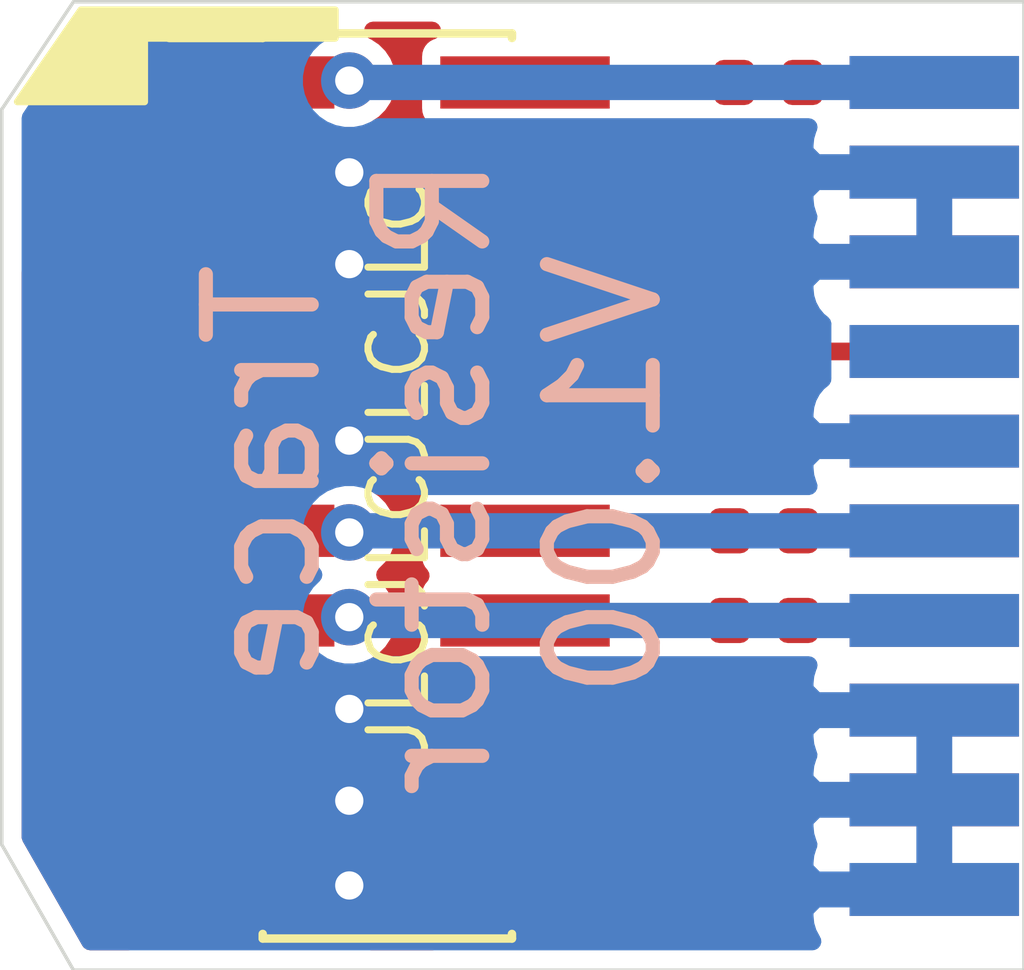
<source format=kicad_pcb>
(kicad_pcb (version 20171130) (host pcbnew 5.1.5+dfsg1-2build2)

  (general
    (thickness 1.6)
    (drawings 9)
    (tracks 61)
    (zones 0)
    (modules 13)
    (nets 25)
  )

  (page A4)
  (layers
    (0 F.Cu signal)
    (31 B.Cu signal)
    (32 B.Adhes user)
    (33 F.Adhes user)
    (34 B.Paste user)
    (35 F.Paste user)
    (36 B.SilkS user)
    (37 F.SilkS user)
    (38 B.Mask user)
    (39 F.Mask user)
    (40 Dwgs.User user)
    (41 Cmts.User user)
    (42 Eco1.User user)
    (43 Eco2.User user)
    (44 Edge.Cuts user)
    (45 Margin user)
    (46 B.CrtYd user)
    (47 F.CrtYd user)
    (48 B.Fab user)
    (49 F.Fab user hide)
  )

  (setup
    (last_trace_width 0.25)
    (user_trace_width 0.2)
    (user_trace_width 0.35)
    (user_trace_width 0.5)
    (user_trace_width 1)
    (trace_clearance 0.2)
    (zone_clearance 0.256)
    (zone_45_only no)
    (trace_min 0.2)
    (via_size 0.8)
    (via_drill 0.4)
    (via_min_size 0.4)
    (via_min_drill 0.3)
    (user_via 0.45 0.3)
    (uvia_size 0.3)
    (uvia_drill 0.1)
    (uvias_allowed no)
    (uvia_min_size 0.2)
    (uvia_min_drill 0.1)
    (edge_width 0.05)
    (segment_width 0.2)
    (pcb_text_width 0.3)
    (pcb_text_size 1.5 1.5)
    (mod_edge_width 0.12)
    (mod_text_size 1 1)
    (mod_text_width 0.15)
    (pad_size 1.524 1.524)
    (pad_drill 0.762)
    (pad_to_mask_clearance 0.051)
    (solder_mask_min_width 0.25)
    (aux_axis_origin 153.7 79)
    (visible_elements FFFFFFFF)
    (pcbplotparams
      (layerselection 0x010fc_ffffffff)
      (usegerberextensions false)
      (usegerberattributes false)
      (usegerberadvancedattributes false)
      (creategerberjobfile false)
      (excludeedgelayer true)
      (linewidth 0.100000)
      (plotframeref false)
      (viasonmask false)
      (mode 1)
      (useauxorigin true)
      (hpglpennumber 1)
      (hpglpenspeed 20)
      (hpglpendiameter 15.000000)
      (psnegative false)
      (psa4output false)
      (plotreference true)
      (plotvalue true)
      (plotinvisibletext false)
      (padsonsilk false)
      (subtractmaskfromsilk false)
      (outputformat 1)
      (mirror false)
      (drillshape 0)
      (scaleselection 1)
      (outputdirectory "out/"))
  )

  (net 0 "")
  (net 1 GND)
  (net 2 /TRACEDAT[3])
  (net 3 /TRACEDAT[2])
  (net 4 /TRACEDAT[1])
  (net 5 /TRACEDAT[0])
  (net 6 /TRACECLK)
  (net 7 /~RESET)
  (net 8 /TDO_SWO)
  (net 9 /TCK_SWCLK)
  (net 10 /TMS_SWDIO)
  (net 11 /TDI)
  (net 12 /~xRESET)
  (net 13 /xTMS_SWDIO)
  (net 14 /xTCK_SWCLK)
  (net 15 /xTDO_SWO)
  (net 16 /xTDI)
  (net 17 /xTRACECLK)
  (net 18 /xTRACEDAT0)
  (net 19 /xTRACEDAT1)
  (net 20 /xTRACEDAT2)
  (net 21 /xTRACEDAT3)
  (net 22 "Net-(C1-Pad2)")
  (net 23 "Net-(J1-Pad11)")
  (net 24 "Net-(J1-Pad13)")

  (net_class Default "This is the default net class."
    (clearance 0.2)
    (trace_width 0.25)
    (via_dia 0.8)
    (via_drill 0.4)
    (uvia_dia 0.3)
    (uvia_drill 0.1)
    (add_net /TCK_SWCLK)
    (add_net /TDI)
    (add_net /TDO_SWO)
    (add_net /TMS_SWDIO)
    (add_net /TRACECLK)
    (add_net /TRACEDAT[0])
    (add_net /TRACEDAT[1])
    (add_net /TRACEDAT[2])
    (add_net /TRACEDAT[3])
    (add_net /xTCK_SWCLK)
    (add_net /xTDI)
    (add_net /xTDO_SWO)
    (add_net /xTMS_SWDIO)
    (add_net /xTRACECLK)
    (add_net /xTRACEDAT0)
    (add_net /xTRACEDAT1)
    (add_net /xTRACEDAT2)
    (add_net /xTRACEDAT3)
    (add_net /~RESET)
    (add_net /~xRESET)
    (add_net GND)
    (add_net "Net-(C1-Pad2)")
    (add_net "Net-(J1-Pad11)")
    (add_net "Net-(J1-Pad13)")
  )

  (module Capacitor_SMD:C_0402_1005Metric (layer F.Cu) (tedit 5B301BBE) (tstamp 60266B72)
    (at 154.813 64.9605 90)
    (descr "Capacitor SMD 0402 (1005 Metric), square (rectangular) end terminal, IPC_7351 nominal, (Body size source: http://www.tortai-tech.com/upload/download/2011102023233369053.pdf), generated with kicad-footprint-generator")
    (tags capacitor)
    (path /602FEC70)
    (attr smd)
    (fp_text reference C1 (at 0 -1.17 90) (layer F.SilkS) hide
      (effects (font (size 1 1) (thickness 0.15)))
    )
    (fp_text value 1uF (at 0 1.17 90) (layer F.Fab)
      (effects (font (size 1 1) (thickness 0.15)))
    )
    (fp_text user %R (at 0 0 90) (layer F.Fab)
      (effects (font (size 0.25 0.25) (thickness 0.04)))
    )
    (fp_line (start 0.93 0.47) (end -0.93 0.47) (layer F.CrtYd) (width 0.05))
    (fp_line (start 0.93 -0.47) (end 0.93 0.47) (layer F.CrtYd) (width 0.05))
    (fp_line (start -0.93 -0.47) (end 0.93 -0.47) (layer F.CrtYd) (width 0.05))
    (fp_line (start -0.93 0.47) (end -0.93 -0.47) (layer F.CrtYd) (width 0.05))
    (fp_line (start 0.5 0.25) (end -0.5 0.25) (layer F.Fab) (width 0.1))
    (fp_line (start 0.5 -0.25) (end 0.5 0.25) (layer F.Fab) (width 0.1))
    (fp_line (start -0.5 -0.25) (end 0.5 -0.25) (layer F.Fab) (width 0.1))
    (fp_line (start -0.5 0.25) (end -0.5 -0.25) (layer F.Fab) (width 0.1))
    (pad 2 smd roundrect (at 0.485 0 90) (size 0.59 0.64) (layers F.Cu F.Paste F.Mask) (roundrect_rratio 0.25)
      (net 22 "Net-(C1-Pad2)"))
    (pad 1 smd roundrect (at -0.485 0 90) (size 0.59 0.64) (layers F.Cu F.Paste F.Mask) (roundrect_rratio 0.25)
      (net 1 GND))
    (model ${KISYS3DMOD}/Capacitor_SMD.3dshapes/C_0402_1005Metric.wrl
      (at (xyz 0 0 0))
      (scale (xyz 1 1 1))
      (rotate (xyz 0 0 0))
    )
  )

  (module capure:pin_header (layer F.Cu) (tedit 60266E7E) (tstamp 60267814)
    (at 167.386 75.057)
    (path /5F4CE275)
    (fp_text reference J1 (at 0 1.27) (layer F.SilkS) hide
      (effects (font (size 1 1) (thickness 0.15)))
    )
    (fp_text value "DEBUG+TRACE HEADER" (at -2.54 -6.35 90) (layer F.Fab)
      (effects (font (size 1 1) (thickness 0.15)))
    )
    (fp_text user REF** (at 0 -12.7) (layer B.SilkS) hide
      (effects (font (size 1 1) (thickness 0.15)) (justify mirror))
    )
    (pad 19 smd rect (at 0 0) (size 2.4 0.75) (layers B.Cu B.Paste B.Mask)
      (net 1 GND))
    (pad 15 smd rect (at 0 -2.54) (size 2.4 0.75) (layers B.Cu B.Paste B.Mask)
      (net 1 GND))
    (pad 17 smd rect (at 0 -1.27) (size 2.4 0.75) (layers B.Cu B.Paste B.Mask)
      (net 1 GND))
    (pad 5 smd rect (at 0 -8.89) (size 2.4 0.75) (layers B.Cu B.Paste B.Mask)
      (net 1 GND))
    (pad 7 smd rect (at 0 -7.62) (size 2.4 0.75) (layers B.Cu B.Paste B.Mask))
    (pad 9 smd rect (at 0 -6.35) (size 2.4 0.75) (layers B.Cu B.Paste B.Mask)
      (net 1 GND))
    (pad 3 smd rect (at 0 -10.16) (size 2.4 0.75) (layers B.Cu B.Paste B.Mask)
      (net 1 GND))
    (pad 11 smd rect (at 0 -5.08) (size 2.4 0.75) (layers B.Cu B.Paste B.Mask)
      (net 23 "Net-(J1-Pad11)"))
    (pad 1 smd rect (at 0 -11.43) (size 2.4 0.75) (layers B.Cu B.Paste B.Mask)
      (net 22 "Net-(C1-Pad2)"))
    (pad 13 smd rect (at 0 -3.81) (size 2.4 0.75) (layers B.Cu B.Paste B.Mask)
      (net 24 "Net-(J1-Pad13)"))
    (pad 2 smd rect (at 0 -11.43) (size 2.4 0.75) (layers F.Cu F.Paste F.Mask)
      (net 10 /TMS_SWDIO))
    (pad 4 smd rect (at 0 -10.16) (size 2.4 0.75) (layers F.Cu F.Paste F.Mask)
      (net 9 /TCK_SWCLK))
    (pad 6 smd rect (at 0 -8.89) (size 2.4 0.75) (layers F.Cu F.Paste F.Mask)
      (net 8 /TDO_SWO))
    (pad 8 smd rect (at 0 -7.62) (size 2.4 0.75) (layers F.Cu F.Paste F.Mask)
      (net 11 /TDI))
    (pad 10 smd rect (at 0 -6.35) (size 2.4 0.75) (layers F.Cu F.Paste F.Mask)
      (net 7 /~RESET))
    (pad 12 smd rect (at 0 -5.08) (size 2.4 0.75) (layers F.Cu F.Paste F.Mask)
      (net 6 /TRACECLK))
    (pad 14 smd rect (at 0 -3.81) (size 2.4 0.75) (layers F.Cu F.Paste F.Mask)
      (net 5 /TRACEDAT[0]))
    (pad 16 smd rect (at 0 -2.54) (size 2.4 0.75) (layers F.Cu F.Paste F.Mask)
      (net 4 /TRACEDAT[1]))
    (pad 18 smd rect (at 0 -1.27) (size 2.4 0.75) (layers F.Cu F.Paste F.Mask)
      (net 3 /TRACEDAT[2]))
    (pad 20 smd rect (at 0 0) (size 2.4 0.75) (layers F.Cu F.Paste F.Mask)
      (net 2 /TRACEDAT[3]))
  )

  (module Resistor_SMD:R_0402_1005Metric (layer F.Cu) (tedit 5B301BBD) (tstamp 601DBC04)
    (at 164.973 75.057)
    (descr "Resistor SMD 0402 (1005 Metric), square (rectangular) end terminal, IPC_7351 nominal, (Body size source: http://www.tortai-tech.com/upload/download/2011102023233369053.pdf), generated with kicad-footprint-generator")
    (tags resistor)
    (path /60201737)
    (attr smd)
    (fp_text reference R10 (at 0 -1.17) (layer F.SilkS) hide
      (effects (font (size 1 1) (thickness 0.15)))
    )
    (fp_text value 100R (at 0 1.17) (layer F.Fab)
      (effects (font (size 1 1) (thickness 0.15)))
    )
    (fp_text user %R (at 0 0) (layer F.Fab)
      (effects (font (size 0.25 0.25) (thickness 0.04)))
    )
    (fp_line (start 0.93 0.47) (end -0.93 0.47) (layer F.CrtYd) (width 0.05))
    (fp_line (start 0.93 -0.47) (end 0.93 0.47) (layer F.CrtYd) (width 0.05))
    (fp_line (start -0.93 -0.47) (end 0.93 -0.47) (layer F.CrtYd) (width 0.05))
    (fp_line (start -0.93 0.47) (end -0.93 -0.47) (layer F.CrtYd) (width 0.05))
    (fp_line (start 0.5 0.25) (end -0.5 0.25) (layer F.Fab) (width 0.1))
    (fp_line (start 0.5 -0.25) (end 0.5 0.25) (layer F.Fab) (width 0.1))
    (fp_line (start -0.5 -0.25) (end 0.5 -0.25) (layer F.Fab) (width 0.1))
    (fp_line (start -0.5 0.25) (end -0.5 -0.25) (layer F.Fab) (width 0.1))
    (pad 2 smd roundrect (at 0.485 0) (size 0.59 0.64) (layers F.Cu F.Paste F.Mask) (roundrect_rratio 0.25)
      (net 2 /TRACEDAT[3]))
    (pad 1 smd roundrect (at -0.485 0) (size 0.59 0.64) (layers F.Cu F.Paste F.Mask) (roundrect_rratio 0.25)
      (net 21 /xTRACEDAT3))
    (model ${KISYS3DMOD}/Resistor_SMD.3dshapes/R_0402_1005Metric.wrl
      (at (xyz 0 0 0))
      (scale (xyz 1 1 1))
      (rotate (xyz 0 0 0))
    )
  )

  (module Resistor_SMD:R_0402_1005Metric (layer F.Cu) (tedit 5B301BBD) (tstamp 601EF3CE)
    (at 164.973 73.787)
    (descr "Resistor SMD 0402 (1005 Metric), square (rectangular) end terminal, IPC_7351 nominal, (Body size source: http://www.tortai-tech.com/upload/download/2011102023233369053.pdf), generated with kicad-footprint-generator")
    (tags resistor)
    (path /602013E7)
    (attr smd)
    (fp_text reference R9 (at 0 -1.17) (layer F.SilkS) hide
      (effects (font (size 1 1) (thickness 0.15)))
    )
    (fp_text value 100R (at 0 1.17) (layer F.Fab)
      (effects (font (size 1 1) (thickness 0.15)))
    )
    (fp_text user %R (at 0 0) (layer F.Fab)
      (effects (font (size 0.25 0.25) (thickness 0.04)))
    )
    (fp_line (start 0.93 0.47) (end -0.93 0.47) (layer F.CrtYd) (width 0.05))
    (fp_line (start 0.93 -0.47) (end 0.93 0.47) (layer F.CrtYd) (width 0.05))
    (fp_line (start -0.93 -0.47) (end 0.93 -0.47) (layer F.CrtYd) (width 0.05))
    (fp_line (start -0.93 0.47) (end -0.93 -0.47) (layer F.CrtYd) (width 0.05))
    (fp_line (start 0.5 0.25) (end -0.5 0.25) (layer F.Fab) (width 0.1))
    (fp_line (start 0.5 -0.25) (end 0.5 0.25) (layer F.Fab) (width 0.1))
    (fp_line (start -0.5 -0.25) (end 0.5 -0.25) (layer F.Fab) (width 0.1))
    (fp_line (start -0.5 0.25) (end -0.5 -0.25) (layer F.Fab) (width 0.1))
    (pad 2 smd roundrect (at 0.485 0) (size 0.59 0.64) (layers F.Cu F.Paste F.Mask) (roundrect_rratio 0.25)
      (net 3 /TRACEDAT[2]))
    (pad 1 smd roundrect (at -0.485 0) (size 0.59 0.64) (layers F.Cu F.Paste F.Mask) (roundrect_rratio 0.25)
      (net 20 /xTRACEDAT2))
    (model ${KISYS3DMOD}/Resistor_SMD.3dshapes/R_0402_1005Metric.wrl
      (at (xyz 0 0 0))
      (scale (xyz 1 1 1))
      (rotate (xyz 0 0 0))
    )
  )

  (module Resistor_SMD:R_0402_1005Metric (layer F.Cu) (tedit 5B301BBD) (tstamp 601DBBE2)
    (at 164.973 72.517)
    (descr "Resistor SMD 0402 (1005 Metric), square (rectangular) end terminal, IPC_7351 nominal, (Body size source: http://www.tortai-tech.com/upload/download/2011102023233369053.pdf), generated with kicad-footprint-generator")
    (tags resistor)
    (path /60200DA4)
    (attr smd)
    (fp_text reference R8 (at 0 -1.17) (layer F.SilkS) hide
      (effects (font (size 1 1) (thickness 0.15)))
    )
    (fp_text value 100R (at 0 1.17) (layer F.Fab)
      (effects (font (size 1 1) (thickness 0.15)))
    )
    (fp_text user %R (at 0 0) (layer F.Fab)
      (effects (font (size 0.25 0.25) (thickness 0.04)))
    )
    (fp_line (start 0.93 0.47) (end -0.93 0.47) (layer F.CrtYd) (width 0.05))
    (fp_line (start 0.93 -0.47) (end 0.93 0.47) (layer F.CrtYd) (width 0.05))
    (fp_line (start -0.93 -0.47) (end 0.93 -0.47) (layer F.CrtYd) (width 0.05))
    (fp_line (start -0.93 0.47) (end -0.93 -0.47) (layer F.CrtYd) (width 0.05))
    (fp_line (start 0.5 0.25) (end -0.5 0.25) (layer F.Fab) (width 0.1))
    (fp_line (start 0.5 -0.25) (end 0.5 0.25) (layer F.Fab) (width 0.1))
    (fp_line (start -0.5 -0.25) (end 0.5 -0.25) (layer F.Fab) (width 0.1))
    (fp_line (start -0.5 0.25) (end -0.5 -0.25) (layer F.Fab) (width 0.1))
    (pad 2 smd roundrect (at 0.485 0) (size 0.59 0.64) (layers F.Cu F.Paste F.Mask) (roundrect_rratio 0.25)
      (net 4 /TRACEDAT[1]))
    (pad 1 smd roundrect (at -0.485 0) (size 0.59 0.64) (layers F.Cu F.Paste F.Mask) (roundrect_rratio 0.25)
      (net 19 /xTRACEDAT1))
    (model ${KISYS3DMOD}/Resistor_SMD.3dshapes/R_0402_1005Metric.wrl
      (at (xyz 0 0 0))
      (scale (xyz 1 1 1))
      (rotate (xyz 0 0 0))
    )
  )

  (module Resistor_SMD:R_0402_1005Metric (layer F.Cu) (tedit 5B301BBD) (tstamp 601DBBD1)
    (at 164.973 71.247)
    (descr "Resistor SMD 0402 (1005 Metric), square (rectangular) end terminal, IPC_7351 nominal, (Body size source: http://www.tortai-tech.com/upload/download/2011102023233369053.pdf), generated with kicad-footprint-generator")
    (tags resistor)
    (path /60200B05)
    (attr smd)
    (fp_text reference R7 (at 0 -1.17) (layer F.SilkS) hide
      (effects (font (size 1 1) (thickness 0.15)))
    )
    (fp_text value 100R (at 0 1.17) (layer F.Fab)
      (effects (font (size 1 1) (thickness 0.15)))
    )
    (fp_text user %R (at 0 0) (layer F.Fab)
      (effects (font (size 0.25 0.25) (thickness 0.04)))
    )
    (fp_line (start 0.93 0.47) (end -0.93 0.47) (layer F.CrtYd) (width 0.05))
    (fp_line (start 0.93 -0.47) (end 0.93 0.47) (layer F.CrtYd) (width 0.05))
    (fp_line (start -0.93 -0.47) (end 0.93 -0.47) (layer F.CrtYd) (width 0.05))
    (fp_line (start -0.93 0.47) (end -0.93 -0.47) (layer F.CrtYd) (width 0.05))
    (fp_line (start 0.5 0.25) (end -0.5 0.25) (layer F.Fab) (width 0.1))
    (fp_line (start 0.5 -0.25) (end 0.5 0.25) (layer F.Fab) (width 0.1))
    (fp_line (start -0.5 -0.25) (end 0.5 -0.25) (layer F.Fab) (width 0.1))
    (fp_line (start -0.5 0.25) (end -0.5 -0.25) (layer F.Fab) (width 0.1))
    (pad 2 smd roundrect (at 0.485 0) (size 0.59 0.64) (layers F.Cu F.Paste F.Mask) (roundrect_rratio 0.25)
      (net 5 /TRACEDAT[0]))
    (pad 1 smd roundrect (at -0.485 0) (size 0.59 0.64) (layers F.Cu F.Paste F.Mask) (roundrect_rratio 0.25)
      (net 18 /xTRACEDAT0))
    (model ${KISYS3DMOD}/Resistor_SMD.3dshapes/R_0402_1005Metric.wrl
      (at (xyz 0 0 0))
      (scale (xyz 1 1 1))
      (rotate (xyz 0 0 0))
    )
  )

  (module Resistor_SMD:R_0402_1005Metric (layer F.Cu) (tedit 5B301BBD) (tstamp 601DBBC0)
    (at 164.973 69.977)
    (descr "Resistor SMD 0402 (1005 Metric), square (rectangular) end terminal, IPC_7351 nominal, (Body size source: http://www.tortai-tech.com/upload/download/2011102023233369053.pdf), generated with kicad-footprint-generator")
    (tags resistor)
    (path /60200809)
    (attr smd)
    (fp_text reference R6 (at 0 -1.17) (layer F.SilkS) hide
      (effects (font (size 1 1) (thickness 0.15)))
    )
    (fp_text value 100R (at 0 1.17) (layer F.Fab)
      (effects (font (size 1 1) (thickness 0.15)))
    )
    (fp_text user %R (at 0 0) (layer F.Fab)
      (effects (font (size 0.25 0.25) (thickness 0.04)))
    )
    (fp_line (start 0.93 0.47) (end -0.93 0.47) (layer F.CrtYd) (width 0.05))
    (fp_line (start 0.93 -0.47) (end 0.93 0.47) (layer F.CrtYd) (width 0.05))
    (fp_line (start -0.93 -0.47) (end 0.93 -0.47) (layer F.CrtYd) (width 0.05))
    (fp_line (start -0.93 0.47) (end -0.93 -0.47) (layer F.CrtYd) (width 0.05))
    (fp_line (start 0.5 0.25) (end -0.5 0.25) (layer F.Fab) (width 0.1))
    (fp_line (start 0.5 -0.25) (end 0.5 0.25) (layer F.Fab) (width 0.1))
    (fp_line (start -0.5 -0.25) (end 0.5 -0.25) (layer F.Fab) (width 0.1))
    (fp_line (start -0.5 0.25) (end -0.5 -0.25) (layer F.Fab) (width 0.1))
    (pad 2 smd roundrect (at 0.485 0) (size 0.59 0.64) (layers F.Cu F.Paste F.Mask) (roundrect_rratio 0.25)
      (net 6 /TRACECLK))
    (pad 1 smd roundrect (at -0.485 0) (size 0.59 0.64) (layers F.Cu F.Paste F.Mask) (roundrect_rratio 0.25)
      (net 17 /xTRACECLK))
    (model ${KISYS3DMOD}/Resistor_SMD.3dshapes/R_0402_1005Metric.wrl
      (at (xyz 0 0 0))
      (scale (xyz 1 1 1))
      (rotate (xyz 0 0 0))
    )
  )

  (module Resistor_SMD:R_0402_1005Metric (layer F.Cu) (tedit 5B301BBD) (tstamp 601DBBAF)
    (at 164.973 68.707)
    (descr "Resistor SMD 0402 (1005 Metric), square (rectangular) end terminal, IPC_7351 nominal, (Body size source: http://www.tortai-tech.com/upload/download/2011102023233369053.pdf), generated with kicad-footprint-generator")
    (tags resistor)
    (path /601F30D9)
    (attr smd)
    (fp_text reference R5 (at 0 -1.17) (layer F.SilkS) hide
      (effects (font (size 1 1) (thickness 0.15)))
    )
    (fp_text value 100R (at 0 1.17) (layer F.Fab)
      (effects (font (size 1 1) (thickness 0.15)))
    )
    (fp_text user %R (at 0 0) (layer F.Fab)
      (effects (font (size 0.25 0.25) (thickness 0.04)))
    )
    (fp_line (start 0.93 0.47) (end -0.93 0.47) (layer F.CrtYd) (width 0.05))
    (fp_line (start 0.93 -0.47) (end 0.93 0.47) (layer F.CrtYd) (width 0.05))
    (fp_line (start -0.93 -0.47) (end 0.93 -0.47) (layer F.CrtYd) (width 0.05))
    (fp_line (start -0.93 0.47) (end -0.93 -0.47) (layer F.CrtYd) (width 0.05))
    (fp_line (start 0.5 0.25) (end -0.5 0.25) (layer F.Fab) (width 0.1))
    (fp_line (start 0.5 -0.25) (end 0.5 0.25) (layer F.Fab) (width 0.1))
    (fp_line (start -0.5 -0.25) (end 0.5 -0.25) (layer F.Fab) (width 0.1))
    (fp_line (start -0.5 0.25) (end -0.5 -0.25) (layer F.Fab) (width 0.1))
    (pad 2 smd roundrect (at 0.485 0) (size 0.59 0.64) (layers F.Cu F.Paste F.Mask) (roundrect_rratio 0.25)
      (net 7 /~RESET))
    (pad 1 smd roundrect (at -0.485 0) (size 0.59 0.64) (layers F.Cu F.Paste F.Mask) (roundrect_rratio 0.25)
      (net 12 /~xRESET))
    (model ${KISYS3DMOD}/Resistor_SMD.3dshapes/R_0402_1005Metric.wrl
      (at (xyz 0 0 0))
      (scale (xyz 1 1 1))
      (rotate (xyz 0 0 0))
    )
  )

  (module Resistor_SMD:R_0402_1005Metric (layer F.Cu) (tedit 5B301BBD) (tstamp 60267917)
    (at 164.973 67.437)
    (descr "Resistor SMD 0402 (1005 Metric), square (rectangular) end terminal, IPC_7351 nominal, (Body size source: http://www.tortai-tech.com/upload/download/2011102023233369053.pdf), generated with kicad-footprint-generator")
    (tags resistor)
    (path /601FC655)
    (attr smd)
    (fp_text reference R4 (at 0 -1.17) (layer F.SilkS) hide
      (effects (font (size 1 1) (thickness 0.15)))
    )
    (fp_text value 100R (at 0 1.17) (layer F.Fab)
      (effects (font (size 1 1) (thickness 0.15)))
    )
    (fp_text user %R (at 0 0) (layer F.Fab)
      (effects (font (size 0.25 0.25) (thickness 0.04)))
    )
    (fp_line (start 0.93 0.47) (end -0.93 0.47) (layer F.CrtYd) (width 0.05))
    (fp_line (start 0.93 -0.47) (end 0.93 0.47) (layer F.CrtYd) (width 0.05))
    (fp_line (start -0.93 -0.47) (end 0.93 -0.47) (layer F.CrtYd) (width 0.05))
    (fp_line (start -0.93 0.47) (end -0.93 -0.47) (layer F.CrtYd) (width 0.05))
    (fp_line (start 0.5 0.25) (end -0.5 0.25) (layer F.Fab) (width 0.1))
    (fp_line (start 0.5 -0.25) (end 0.5 0.25) (layer F.Fab) (width 0.1))
    (fp_line (start -0.5 -0.25) (end 0.5 -0.25) (layer F.Fab) (width 0.1))
    (fp_line (start -0.5 0.25) (end -0.5 -0.25) (layer F.Fab) (width 0.1))
    (pad 2 smd roundrect (at 0.485 0) (size 0.59 0.64) (layers F.Cu F.Paste F.Mask) (roundrect_rratio 0.25)
      (net 11 /TDI))
    (pad 1 smd roundrect (at -0.485 0) (size 0.59 0.64) (layers F.Cu F.Paste F.Mask) (roundrect_rratio 0.25)
      (net 16 /xTDI))
    (model ${KISYS3DMOD}/Resistor_SMD.3dshapes/R_0402_1005Metric.wrl
      (at (xyz 0 0 0))
      (scale (xyz 1 1 1))
      (rotate (xyz 0 0 0))
    )
  )

  (module Resistor_SMD:R_0402_1005Metric (layer F.Cu) (tedit 5B301BBD) (tstamp 6021DD1C)
    (at 164.973 66.167)
    (descr "Resistor SMD 0402 (1005 Metric), square (rectangular) end terminal, IPC_7351 nominal, (Body size source: http://www.tortai-tech.com/upload/download/2011102023233369053.pdf), generated with kicad-footprint-generator")
    (tags resistor)
    (path /601FC1AB)
    (attr smd)
    (fp_text reference R3 (at 0 -1.17) (layer F.SilkS) hide
      (effects (font (size 1 1) (thickness 0.15)))
    )
    (fp_text value 100R (at 0 1.17) (layer F.Fab)
      (effects (font (size 1 1) (thickness 0.15)))
    )
    (fp_text user %R (at 0 0) (layer F.Fab)
      (effects (font (size 0.25 0.25) (thickness 0.04)))
    )
    (fp_line (start 0.93 0.47) (end -0.93 0.47) (layer F.CrtYd) (width 0.05))
    (fp_line (start 0.93 -0.47) (end 0.93 0.47) (layer F.CrtYd) (width 0.05))
    (fp_line (start -0.93 -0.47) (end 0.93 -0.47) (layer F.CrtYd) (width 0.05))
    (fp_line (start -0.93 0.47) (end -0.93 -0.47) (layer F.CrtYd) (width 0.05))
    (fp_line (start 0.5 0.25) (end -0.5 0.25) (layer F.Fab) (width 0.1))
    (fp_line (start 0.5 -0.25) (end 0.5 0.25) (layer F.Fab) (width 0.1))
    (fp_line (start -0.5 -0.25) (end 0.5 -0.25) (layer F.Fab) (width 0.1))
    (fp_line (start -0.5 0.25) (end -0.5 -0.25) (layer F.Fab) (width 0.1))
    (pad 2 smd roundrect (at 0.485 0) (size 0.59 0.64) (layers F.Cu F.Paste F.Mask) (roundrect_rratio 0.25)
      (net 8 /TDO_SWO))
    (pad 1 smd roundrect (at -0.485 0) (size 0.59 0.64) (layers F.Cu F.Paste F.Mask) (roundrect_rratio 0.25)
      (net 15 /xTDO_SWO))
    (model ${KISYS3DMOD}/Resistor_SMD.3dshapes/R_0402_1005Metric.wrl
      (at (xyz 0 0 0))
      (scale (xyz 1 1 1))
      (rotate (xyz 0 0 0))
    )
  )

  (module Resistor_SMD:R_0402_1005Metric (layer F.Cu) (tedit 5B301BBD) (tstamp 602678FA)
    (at 164.973 64.897)
    (descr "Resistor SMD 0402 (1005 Metric), square (rectangular) end terminal, IPC_7351 nominal, (Body size source: http://www.tortai-tech.com/upload/download/2011102023233369053.pdf), generated with kicad-footprint-generator")
    (tags resistor)
    (path /601EED4A)
    (attr smd)
    (fp_text reference R2 (at 0 -1.17) (layer F.SilkS) hide
      (effects (font (size 1 1) (thickness 0.15)))
    )
    (fp_text value 100R (at 0 1.17) (layer F.Fab)
      (effects (font (size 1 1) (thickness 0.15)))
    )
    (fp_text user %R (at 0 0) (layer F.Fab)
      (effects (font (size 0.25 0.25) (thickness 0.04)))
    )
    (fp_line (start 0.93 0.47) (end -0.93 0.47) (layer F.CrtYd) (width 0.05))
    (fp_line (start 0.93 -0.47) (end 0.93 0.47) (layer F.CrtYd) (width 0.05))
    (fp_line (start -0.93 -0.47) (end 0.93 -0.47) (layer F.CrtYd) (width 0.05))
    (fp_line (start -0.93 0.47) (end -0.93 -0.47) (layer F.CrtYd) (width 0.05))
    (fp_line (start 0.5 0.25) (end -0.5 0.25) (layer F.Fab) (width 0.1))
    (fp_line (start 0.5 -0.25) (end 0.5 0.25) (layer F.Fab) (width 0.1))
    (fp_line (start -0.5 -0.25) (end 0.5 -0.25) (layer F.Fab) (width 0.1))
    (fp_line (start -0.5 0.25) (end -0.5 -0.25) (layer F.Fab) (width 0.1))
    (pad 2 smd roundrect (at 0.485 0) (size 0.59 0.64) (layers F.Cu F.Paste F.Mask) (roundrect_rratio 0.25)
      (net 9 /TCK_SWCLK))
    (pad 1 smd roundrect (at -0.485 0) (size 0.59 0.64) (layers F.Cu F.Paste F.Mask) (roundrect_rratio 0.25)
      (net 14 /xTCK_SWCLK))
    (model ${KISYS3DMOD}/Resistor_SMD.3dshapes/R_0402_1005Metric.wrl
      (at (xyz 0 0 0))
      (scale (xyz 1 1 1))
      (rotate (xyz 0 0 0))
    )
  )

  (module Resistor_SMD:R_0402_1005Metric (layer F.Cu) (tedit 5B301BBD) (tstamp 602678EB)
    (at 165.0365 63.627)
    (descr "Resistor SMD 0402 (1005 Metric), square (rectangular) end terminal, IPC_7351 nominal, (Body size source: http://www.tortai-tech.com/upload/download/2011102023233369053.pdf), generated with kicad-footprint-generator")
    (tags resistor)
    (path /601EE757)
    (attr smd)
    (fp_text reference R1 (at 0 -1.17) (layer F.SilkS) hide
      (effects (font (size 1 1) (thickness 0.15)))
    )
    (fp_text value 100R (at 0 1.17) (layer F.Fab)
      (effects (font (size 1 1) (thickness 0.15)))
    )
    (fp_text user %R (at 0 0) (layer F.Fab)
      (effects (font (size 0.25 0.25) (thickness 0.04)))
    )
    (fp_line (start 0.93 0.47) (end -0.93 0.47) (layer F.CrtYd) (width 0.05))
    (fp_line (start 0.93 -0.47) (end 0.93 0.47) (layer F.CrtYd) (width 0.05))
    (fp_line (start -0.93 -0.47) (end 0.93 -0.47) (layer F.CrtYd) (width 0.05))
    (fp_line (start -0.93 0.47) (end -0.93 -0.47) (layer F.CrtYd) (width 0.05))
    (fp_line (start 0.5 0.25) (end -0.5 0.25) (layer F.Fab) (width 0.1))
    (fp_line (start 0.5 -0.25) (end 0.5 0.25) (layer F.Fab) (width 0.1))
    (fp_line (start -0.5 -0.25) (end 0.5 -0.25) (layer F.Fab) (width 0.1))
    (fp_line (start -0.5 0.25) (end -0.5 -0.25) (layer F.Fab) (width 0.1))
    (pad 2 smd roundrect (at 0.485 0) (size 0.59 0.64) (layers F.Cu F.Paste F.Mask) (roundrect_rratio 0.25)
      (net 10 /TMS_SWDIO))
    (pad 1 smd roundrect (at -0.485 0) (size 0.59 0.64) (layers F.Cu F.Paste F.Mask) (roundrect_rratio 0.25)
      (net 13 /xTMS_SWDIO))
    (model ${KISYS3DMOD}/Resistor_SMD.3dshapes/R_0402_1005Metric.wrl
      (at (xyz 0 0 0))
      (scale (xyz 1 1 1))
      (rotate (xyz 0 0 0))
    )
  )

  (module Connector_PinHeader_1.27mm:PinHeader_2x10_P1.27mm_Vertical_SMD (layer F.Cu) (tedit 59FED6E3) (tstamp 60266CBB)
    (at 159.639 69.342)
    (descr "surface-mounted straight pin header, 2x10, 1.27mm pitch, double rows")
    (tags "Surface mounted pin header SMD 2x10 1.27mm double row")
    (path /602D860B)
    (attr smd)
    (fp_text reference J2 (at 0 -7.41) (layer F.SilkS) hide
      (effects (font (size 1 1) (thickness 0.15)))
    )
    (fp_text value "DEBUG+TRACE HEADER" (at 0 7.41) (layer F.Fab)
      (effects (font (size 1 1) (thickness 0.15)))
    )
    (fp_text user %R (at 0 0 90) (layer F.Fab)
      (effects (font (size 1 1) (thickness 0.15)))
    )
    (fp_line (start 4.3 -6.85) (end -4.3 -6.85) (layer F.CrtYd) (width 0.05))
    (fp_line (start 4.3 6.85) (end 4.3 -6.85) (layer F.CrtYd) (width 0.05))
    (fp_line (start -4.3 6.85) (end 4.3 6.85) (layer F.CrtYd) (width 0.05))
    (fp_line (start -4.3 -6.85) (end -4.3 6.85) (layer F.CrtYd) (width 0.05))
    (fp_line (start 1.765 6.345) (end 1.765 6.41) (layer F.SilkS) (width 0.12))
    (fp_line (start -1.765 6.345) (end -1.765 6.41) (layer F.SilkS) (width 0.12))
    (fp_line (start 1.765 -6.41) (end 1.765 -6.345) (layer F.SilkS) (width 0.12))
    (fp_line (start -1.765 -6.41) (end -1.765 -6.345) (layer F.SilkS) (width 0.12))
    (fp_line (start -3.09 -6.345) (end -1.765 -6.345) (layer F.SilkS) (width 0.12))
    (fp_line (start -1.765 6.41) (end 1.765 6.41) (layer F.SilkS) (width 0.12))
    (fp_line (start -1.765 -6.41) (end 1.765 -6.41) (layer F.SilkS) (width 0.12))
    (fp_line (start 2.75 5.915) (end 1.705 5.915) (layer F.Fab) (width 0.1))
    (fp_line (start 2.75 5.515) (end 2.75 5.915) (layer F.Fab) (width 0.1))
    (fp_line (start 1.705 5.515) (end 2.75 5.515) (layer F.Fab) (width 0.1))
    (fp_line (start -2.75 5.915) (end -1.705 5.915) (layer F.Fab) (width 0.1))
    (fp_line (start -2.75 5.515) (end -2.75 5.915) (layer F.Fab) (width 0.1))
    (fp_line (start -1.705 5.515) (end -2.75 5.515) (layer F.Fab) (width 0.1))
    (fp_line (start 2.75 4.645) (end 1.705 4.645) (layer F.Fab) (width 0.1))
    (fp_line (start 2.75 4.245) (end 2.75 4.645) (layer F.Fab) (width 0.1))
    (fp_line (start 1.705 4.245) (end 2.75 4.245) (layer F.Fab) (width 0.1))
    (fp_line (start -2.75 4.645) (end -1.705 4.645) (layer F.Fab) (width 0.1))
    (fp_line (start -2.75 4.245) (end -2.75 4.645) (layer F.Fab) (width 0.1))
    (fp_line (start -1.705 4.245) (end -2.75 4.245) (layer F.Fab) (width 0.1))
    (fp_line (start 2.75 3.375) (end 1.705 3.375) (layer F.Fab) (width 0.1))
    (fp_line (start 2.75 2.975) (end 2.75 3.375) (layer F.Fab) (width 0.1))
    (fp_line (start 1.705 2.975) (end 2.75 2.975) (layer F.Fab) (width 0.1))
    (fp_line (start -2.75 3.375) (end -1.705 3.375) (layer F.Fab) (width 0.1))
    (fp_line (start -2.75 2.975) (end -2.75 3.375) (layer F.Fab) (width 0.1))
    (fp_line (start -1.705 2.975) (end -2.75 2.975) (layer F.Fab) (width 0.1))
    (fp_line (start 2.75 2.105) (end 1.705 2.105) (layer F.Fab) (width 0.1))
    (fp_line (start 2.75 1.705) (end 2.75 2.105) (layer F.Fab) (width 0.1))
    (fp_line (start 1.705 1.705) (end 2.75 1.705) (layer F.Fab) (width 0.1))
    (fp_line (start -2.75 2.105) (end -1.705 2.105) (layer F.Fab) (width 0.1))
    (fp_line (start -2.75 1.705) (end -2.75 2.105) (layer F.Fab) (width 0.1))
    (fp_line (start -1.705 1.705) (end -2.75 1.705) (layer F.Fab) (width 0.1))
    (fp_line (start 2.75 0.835) (end 1.705 0.835) (layer F.Fab) (width 0.1))
    (fp_line (start 2.75 0.435) (end 2.75 0.835) (layer F.Fab) (width 0.1))
    (fp_line (start 1.705 0.435) (end 2.75 0.435) (layer F.Fab) (width 0.1))
    (fp_line (start -2.75 0.835) (end -1.705 0.835) (layer F.Fab) (width 0.1))
    (fp_line (start -2.75 0.435) (end -2.75 0.835) (layer F.Fab) (width 0.1))
    (fp_line (start -1.705 0.435) (end -2.75 0.435) (layer F.Fab) (width 0.1))
    (fp_line (start 2.75 -0.435) (end 1.705 -0.435) (layer F.Fab) (width 0.1))
    (fp_line (start 2.75 -0.835) (end 2.75 -0.435) (layer F.Fab) (width 0.1))
    (fp_line (start 1.705 -0.835) (end 2.75 -0.835) (layer F.Fab) (width 0.1))
    (fp_line (start -2.75 -0.435) (end -1.705 -0.435) (layer F.Fab) (width 0.1))
    (fp_line (start -2.75 -0.835) (end -2.75 -0.435) (layer F.Fab) (width 0.1))
    (fp_line (start -1.705 -0.835) (end -2.75 -0.835) (layer F.Fab) (width 0.1))
    (fp_line (start 2.75 -1.705) (end 1.705 -1.705) (layer F.Fab) (width 0.1))
    (fp_line (start 2.75 -2.105) (end 2.75 -1.705) (layer F.Fab) (width 0.1))
    (fp_line (start 1.705 -2.105) (end 2.75 -2.105) (layer F.Fab) (width 0.1))
    (fp_line (start -2.75 -1.705) (end -1.705 -1.705) (layer F.Fab) (width 0.1))
    (fp_line (start -2.75 -2.105) (end -2.75 -1.705) (layer F.Fab) (width 0.1))
    (fp_line (start -1.705 -2.105) (end -2.75 -2.105) (layer F.Fab) (width 0.1))
    (fp_line (start 2.75 -2.975) (end 1.705 -2.975) (layer F.Fab) (width 0.1))
    (fp_line (start 2.75 -3.375) (end 2.75 -2.975) (layer F.Fab) (width 0.1))
    (fp_line (start 1.705 -3.375) (end 2.75 -3.375) (layer F.Fab) (width 0.1))
    (fp_line (start -2.75 -2.975) (end -1.705 -2.975) (layer F.Fab) (width 0.1))
    (fp_line (start -2.75 -3.375) (end -2.75 -2.975) (layer F.Fab) (width 0.1))
    (fp_line (start -1.705 -3.375) (end -2.75 -3.375) (layer F.Fab) (width 0.1))
    (fp_line (start 2.75 -4.245) (end 1.705 -4.245) (layer F.Fab) (width 0.1))
    (fp_line (start 2.75 -4.645) (end 2.75 -4.245) (layer F.Fab) (width 0.1))
    (fp_line (start 1.705 -4.645) (end 2.75 -4.645) (layer F.Fab) (width 0.1))
    (fp_line (start -2.75 -4.245) (end -1.705 -4.245) (layer F.Fab) (width 0.1))
    (fp_line (start -2.75 -4.645) (end -2.75 -4.245) (layer F.Fab) (width 0.1))
    (fp_line (start -1.705 -4.645) (end -2.75 -4.645) (layer F.Fab) (width 0.1))
    (fp_line (start 2.75 -5.515) (end 1.705 -5.515) (layer F.Fab) (width 0.1))
    (fp_line (start 2.75 -5.915) (end 2.75 -5.515) (layer F.Fab) (width 0.1))
    (fp_line (start 1.705 -5.915) (end 2.75 -5.915) (layer F.Fab) (width 0.1))
    (fp_line (start -2.75 -5.515) (end -1.705 -5.515) (layer F.Fab) (width 0.1))
    (fp_line (start -2.75 -5.915) (end -2.75 -5.515) (layer F.Fab) (width 0.1))
    (fp_line (start -1.705 -5.915) (end -2.75 -5.915) (layer F.Fab) (width 0.1))
    (fp_line (start 1.705 -6.35) (end 1.705 6.35) (layer F.Fab) (width 0.1))
    (fp_line (start -1.705 -5.915) (end -1.27 -6.35) (layer F.Fab) (width 0.1))
    (fp_line (start -1.705 6.35) (end -1.705 -5.915) (layer F.Fab) (width 0.1))
    (fp_line (start -1.27 -6.35) (end 1.705 -6.35) (layer F.Fab) (width 0.1))
    (fp_line (start 1.705 6.35) (end -1.705 6.35) (layer F.Fab) (width 0.1))
    (pad 20 smd rect (at 1.95 5.715) (size 2.4 0.74) (layers F.Cu F.Paste F.Mask)
      (net 21 /xTRACEDAT3))
    (pad 19 smd rect (at -1.95 5.715) (size 2.4 0.74) (layers F.Cu F.Paste F.Mask)
      (net 1 GND))
    (pad 18 smd rect (at 1.95 4.445) (size 2.4 0.74) (layers F.Cu F.Paste F.Mask)
      (net 20 /xTRACEDAT2))
    (pad 17 smd rect (at -1.95 4.445) (size 2.4 0.74) (layers F.Cu F.Paste F.Mask)
      (net 1 GND))
    (pad 16 smd rect (at 1.95 3.175) (size 2.4 0.74) (layers F.Cu F.Paste F.Mask)
      (net 19 /xTRACEDAT1))
    (pad 15 smd rect (at -1.95 3.175) (size 2.4 0.74) (layers F.Cu F.Paste F.Mask)
      (net 1 GND))
    (pad 14 smd rect (at 1.95 1.905) (size 2.4 0.74) (layers F.Cu F.Paste F.Mask)
      (net 18 /xTRACEDAT0))
    (pad 13 smd rect (at -1.95 1.905) (size 2.4 0.74) (layers F.Cu F.Paste F.Mask)
      (net 24 "Net-(J1-Pad13)"))
    (pad 12 smd rect (at 1.95 0.635) (size 2.4 0.74) (layers F.Cu F.Paste F.Mask)
      (net 17 /xTRACECLK))
    (pad 11 smd rect (at -1.95 0.635) (size 2.4 0.74) (layers F.Cu F.Paste F.Mask)
      (net 23 "Net-(J1-Pad11)"))
    (pad 10 smd rect (at 1.95 -0.635) (size 2.4 0.74) (layers F.Cu F.Paste F.Mask)
      (net 12 /~xRESET))
    (pad 9 smd rect (at -1.95 -0.635) (size 2.4 0.74) (layers F.Cu F.Paste F.Mask)
      (net 1 GND))
    (pad 8 smd rect (at 1.95 -1.905) (size 2.4 0.74) (layers F.Cu F.Paste F.Mask)
      (net 16 /xTDI))
    (pad 7 smd rect (at -1.95 -1.905) (size 2.4 0.74) (layers F.Cu F.Paste F.Mask))
    (pad 6 smd rect (at 1.95 -3.175) (size 2.4 0.74) (layers F.Cu F.Paste F.Mask)
      (net 15 /xTDO_SWO))
    (pad 5 smd rect (at -1.95 -3.175) (size 2.4 0.74) (layers F.Cu F.Paste F.Mask)
      (net 1 GND))
    (pad 4 smd rect (at 1.95 -4.445) (size 2.4 0.74) (layers F.Cu F.Paste F.Mask)
      (net 14 /xTCK_SWCLK))
    (pad 3 smd rect (at -1.95 -4.445) (size 2.4 0.74) (layers F.Cu F.Paste F.Mask)
      (net 1 GND))
    (pad 2 smd rect (at 1.95 -5.715) (size 2.4 0.74) (layers F.Cu F.Paste F.Mask)
      (net 13 /xTMS_SWDIO))
    (pad 1 smd rect (at -1.95 -5.715) (size 2.4 0.74) (layers F.Cu F.Paste F.Mask)
      (net 22 "Net-(C1-Pad2)"))
    (model ${KISYS3DMOD}/Connector_PinHeader_1.27mm.3dshapes/PinHeader_2x10_P1.27mm_Vertical_SMD.wrl
      (at (xyz 0 0 0))
      (scale (xyz 1 1 1))
      (rotate (xyz 0 0 0))
    )
  )

  (gr_text JLCJLCJLCJLC (at 159.8 69.1 90) (layer F.SilkS)
    (effects (font (size 0.8 0.8) (thickness 0.1)))
  )
  (gr_text "Trace\nResistor\nV1.00" (at 160.3 69.2 90) (layer B.SilkS)
    (effects (font (size 1.5 1.5) (thickness 0.2)) (justify mirror))
  )
  (gr_poly (pts (xy 158.9 63) (xy 156.2 63) (xy 156.2 63.9) (xy 154.4 63.9) (xy 155.3 62.6) (xy 158.9 62.6)) (layer F.SilkS) (width 0.1))
  (gr_line (start 168.656 76.2) (end 168.656 62.484) (layer Edge.Cuts) (width 0.05) (tstamp 6026E32A))
  (gr_line (start 155.194 76.2) (end 168.656 76.2) (layer Edge.Cuts) (width 0.05))
  (gr_line (start 154.178 74.422) (end 155.194 76.2) (layer Edge.Cuts) (width 0.05))
  (gr_line (start 154.178 64.008) (end 154.178 74.422) (layer Edge.Cuts) (width 0.05))
  (gr_line (start 155.194 62.484) (end 154.178 64.008) (layer Edge.Cuts) (width 0.05))
  (gr_line (start 168.656 62.484) (end 155.194 62.484) (layer Edge.Cuts) (width 0.05))

  (segment (start 154.813 65.4455) (end 155.4075 65.4455) (width 0.25) (layer F.Cu) (net 1))
  (segment (start 155.956 64.897) (end 157.689 64.897) (width 0.25) (layer F.Cu) (net 1))
  (segment (start 155.4075 65.4455) (end 155.956 64.897) (width 0.25) (layer F.Cu) (net 1))
  (via (at 159.1 64.9) (size 0.8) (drill 0.4) (layers F.Cu B.Cu) (net 1))
  (segment (start 159.097 64.897) (end 159.1 64.9) (width 0.5) (layer F.Cu) (net 1))
  (segment (start 157.689 64.897) (end 159.097 64.897) (width 0.5) (layer F.Cu) (net 1))
  (via (at 159.1 66.2) (size 0.8) (drill 0.4) (layers F.Cu B.Cu) (net 1))
  (segment (start 159.067 66.167) (end 159.1 66.2) (width 0.5) (layer F.Cu) (net 1))
  (segment (start 157.689 66.167) (end 159.067 66.167) (width 0.5) (layer F.Cu) (net 1))
  (segment (start 159.1 68.7) (end 159.193 68.707) (width 0.5) (layer F.Cu) (net 1))
  (segment (start 159.193 68.707) (end 157.689 68.707) (width 0.5) (layer F.Cu) (net 1))
  (via (at 159.1 68.7) (size 0.8) (drill 0.4) (layers F.Cu B.Cu) (net 1))
  (via (at 159.1 72.5) (size 0.8) (drill 0.4) (layers F.Cu B.Cu) (net 1))
  (segment (start 159.083 72.517) (end 159.1 72.5) (width 0.5) (layer F.Cu) (net 1))
  (segment (start 157.689 72.517) (end 159.083 72.517) (width 0.5) (layer F.Cu) (net 1))
  (via (at 159.1 73.8) (size 0.8) (drill 0.4) (layers F.Cu B.Cu) (net 1))
  (segment (start 159.087 73.787) (end 159.1 73.8) (width 0.5) (layer F.Cu) (net 1))
  (segment (start 157.689 73.787) (end 159.087 73.787) (width 0.5) (layer F.Cu) (net 1))
  (via (at 159.1 75) (size 0.8) (drill 0.4) (layers F.Cu B.Cu) (net 1))
  (segment (start 159.043 75.057) (end 159.1 75) (width 0.5) (layer F.Cu) (net 1))
  (segment (start 157.689 75.057) (end 159.043 75.057) (width 0.5) (layer F.Cu) (net 1))
  (segment (start 165.458 75.057) (end 167.386 75.057) (width 0.25) (layer F.Cu) (net 2))
  (segment (start 165.458 73.787) (end 167.386 73.787) (width 0.25) (layer F.Cu) (net 3))
  (segment (start 165.458 72.517) (end 167.386 72.517) (width 0.25) (layer F.Cu) (net 4))
  (segment (start 165.458 71.247) (end 167.386 71.247) (width 0.25) (layer F.Cu) (net 5))
  (segment (start 165.458 69.977) (end 167.386 69.977) (width 0.25) (layer F.Cu) (net 6))
  (segment (start 165.458 68.707) (end 167.386 68.707) (width 0.25) (layer F.Cu) (net 7))
  (segment (start 165.458 66.167) (end 167.386 66.167) (width 0.25) (layer F.Cu) (net 8))
  (segment (start 165.458 64.897) (end 167.386 64.897) (width 0.25) (layer F.Cu) (net 9))
  (segment (start 165.5215 63.627) (end 167.386 63.627) (width 0.25) (layer F.Cu) (net 10))
  (segment (start 165.458 67.437) (end 167.386 67.437) (width 0.25) (layer F.Cu) (net 11))
  (segment (start 161.589 68.707) (end 164.488 68.707) (width 0.25) (layer F.Cu) (net 12))
  (segment (start 161.589 63.627) (end 164.5515 63.627) (width 0.25) (layer F.Cu) (net 13))
  (segment (start 163.039 64.897) (end 164.488 64.897) (width 0.25) (layer F.Cu) (net 14))
  (segment (start 161.589 64.897) (end 163.039 64.897) (width 0.25) (layer F.Cu) (net 14))
  (segment (start 161.589 66.167) (end 164.488 66.167) (width 0.25) (layer F.Cu) (net 15))
  (segment (start 161.589 67.437) (end 164.488 67.437) (width 0.25) (layer F.Cu) (net 16))
  (segment (start 161.589 69.977) (end 164.488 69.977) (width 0.25) (layer F.Cu) (net 17))
  (segment (start 161.589 71.247) (end 164.488 71.247) (width 0.25) (layer F.Cu) (net 18))
  (segment (start 161.589 72.517) (end 164.488 72.517) (width 0.25) (layer F.Cu) (net 19))
  (segment (start 163.039 73.787) (end 164.488 73.787) (width 0.25) (layer F.Cu) (net 20))
  (segment (start 161.589 73.787) (end 163.039 73.787) (width 0.25) (layer F.Cu) (net 20))
  (segment (start 161.589 75.057) (end 164.488 75.057) (width 0.25) (layer F.Cu) (net 21))
  (segment (start 154.813 64.1805) (end 154.813 64.4755) (width 0.25) (layer F.Cu) (net 22))
  (segment (start 155.3665 63.627) (end 154.813 64.1805) (width 0.25) (layer F.Cu) (net 22))
  (segment (start 157.689 63.627) (end 155.3665 63.627) (width 0.25) (layer F.Cu) (net 22))
  (via (at 159.1 63.6) (size 0.8) (drill 0.4) (layers F.Cu B.Cu) (net 22))
  (segment (start 159.127 63.627) (end 159.1 63.6) (width 0.5) (layer B.Cu) (net 22))
  (segment (start 167.386 63.627) (end 159.127 63.627) (width 0.5) (layer B.Cu) (net 22))
  (segment (start 157.716 63.6) (end 157.689 63.627) (width 0.5) (layer F.Cu) (net 22))
  (segment (start 159.1 63.6) (end 157.716 63.6) (width 0.5) (layer F.Cu) (net 22))
  (via (at 159.1 70) (size 0.8) (drill 0.4) (layers F.Cu B.Cu) (net 23))
  (segment (start 157.712 70) (end 157.689 69.977) (width 0.25) (layer F.Cu) (net 23))
  (segment (start 159.1 70) (end 157.712 70) (width 0.25) (layer F.Cu) (net 23))
  (segment (start 159.123 69.977) (end 159.1 70) (width 0.5) (layer B.Cu) (net 23))
  (segment (start 167.386 69.977) (end 159.123 69.977) (width 0.5) (layer B.Cu) (net 23))
  (segment (start 159.153 71.247) (end 157.689 71.247) (width 0.25) (layer F.Cu) (net 24))
  (segment (start 159.1 71.2) (end 159.153 71.247) (width 0.25) (layer F.Cu) (net 24))
  (via (at 159.1 71.2) (size 0.8) (drill 0.4) (layers F.Cu B.Cu) (net 24))
  (segment (start 159.147 71.247) (end 159.1 71.2) (width 0.5) (layer B.Cu) (net 24))
  (segment (start 167.386 71.247) (end 159.147 71.247) (width 0.5) (layer B.Cu) (net 24))

  (zone (net 1) (net_name GND) (layer B.Cu) (tstamp 6026EBC3) (hatch edge 0.508)
    (connect_pads (clearance 0.256))
    (min_thickness 0.254)
    (fill yes (arc_segments 32) (thermal_gap 0.508) (thermal_bridge_width 0.508))
    (polygon
      (pts
        (xy 168.6 76.2) (xy 155.2 76.2) (xy 154.2 74.4) (xy 154.2 64) (xy 155.2 62.5)
        (xy 168.6 62.5)
      )
    )
    (filled_polygon
      (pts
        (xy 158.72911 62.906114) (xy 158.600866 62.991804) (xy 158.491804 63.100866) (xy 158.406114 63.22911) (xy 158.34709 63.371607)
        (xy 158.317 63.522881) (xy 158.317 63.677119) (xy 158.34709 63.828393) (xy 158.406114 63.97089) (xy 158.491804 64.099134)
        (xy 158.600866 64.208196) (xy 158.72911 64.293886) (xy 158.871607 64.35291) (xy 159.022881 64.383) (xy 159.177119 64.383)
        (xy 159.328393 64.35291) (xy 159.47089 64.293886) (xy 159.521604 64.26) (xy 165.606023 64.26) (xy 165.596498 64.27782)
        (xy 165.560188 64.397518) (xy 165.547928 64.522) (xy 165.551 64.61125) (xy 165.70975 64.77) (xy 167.259 64.77)
        (xy 167.259 64.75) (xy 167.513 64.75) (xy 167.513 64.77) (xy 167.533 64.77) (xy 167.533 65.024)
        (xy 167.513 65.024) (xy 167.513 66.04) (xy 167.533 66.04) (xy 167.533 66.294) (xy 167.513 66.294)
        (xy 167.513 66.314) (xy 167.259 66.314) (xy 167.259 66.294) (xy 165.70975 66.294) (xy 165.551 66.45275)
        (xy 165.547928 66.542) (xy 165.560188 66.666482) (xy 165.596498 66.78618) (xy 165.655463 66.896494) (xy 165.734815 66.993185)
        (xy 165.802457 67.048697) (xy 165.801147 67.062) (xy 165.801147 67.812) (xy 165.802457 67.825303) (xy 165.734815 67.880815)
        (xy 165.655463 67.977506) (xy 165.596498 68.08782) (xy 165.560188 68.207518) (xy 165.547928 68.332) (xy 165.551 68.42125)
        (xy 165.70975 68.58) (xy 167.259 68.58) (xy 167.259 68.56) (xy 167.513 68.56) (xy 167.513 68.58)
        (xy 167.533 68.58) (xy 167.533 68.834) (xy 167.513 68.834) (xy 167.513 68.854) (xy 167.259 68.854)
        (xy 167.259 68.834) (xy 165.70975 68.834) (xy 165.551 68.99275) (xy 165.547928 69.082) (xy 165.560188 69.206482)
        (xy 165.596498 69.32618) (xy 165.606023 69.344) (xy 159.52759 69.344) (xy 159.47089 69.306114) (xy 159.328393 69.24709)
        (xy 159.177119 69.217) (xy 159.022881 69.217) (xy 158.871607 69.24709) (xy 158.72911 69.306114) (xy 158.600866 69.391804)
        (xy 158.491804 69.500866) (xy 158.406114 69.62911) (xy 158.34709 69.771607) (xy 158.317 69.922881) (xy 158.317 70.077119)
        (xy 158.34709 70.228393) (xy 158.406114 70.37089) (xy 158.491804 70.499134) (xy 158.59267 70.6) (xy 158.491804 70.700866)
        (xy 158.406114 70.82911) (xy 158.34709 70.971607) (xy 158.317 71.122881) (xy 158.317 71.277119) (xy 158.34709 71.428393)
        (xy 158.406114 71.57089) (xy 158.491804 71.699134) (xy 158.600866 71.808196) (xy 158.72911 71.893886) (xy 158.871607 71.95291)
        (xy 159.022881 71.983) (xy 159.177119 71.983) (xy 159.328393 71.95291) (xy 159.47089 71.893886) (xy 159.491672 71.88)
        (xy 165.606023 71.88) (xy 165.596498 71.89782) (xy 165.560188 72.017518) (xy 165.547928 72.142) (xy 165.551 72.23125)
        (xy 165.70975 72.39) (xy 167.259 72.39) (xy 167.259 72.37) (xy 167.513 72.37) (xy 167.513 72.39)
        (xy 167.533 72.39) (xy 167.533 72.644) (xy 167.513 72.644) (xy 167.513 73.66) (xy 167.533 73.66)
        (xy 167.533 73.914) (xy 167.513 73.914) (xy 167.513 74.93) (xy 167.533 74.93) (xy 167.533 75.184)
        (xy 167.513 75.184) (xy 167.513 75.204) (xy 167.259 75.204) (xy 167.259 75.184) (xy 165.70975 75.184)
        (xy 165.551 75.34275) (xy 165.547928 75.432) (xy 165.560188 75.556482) (xy 165.596498 75.67618) (xy 165.655463 75.786494)
        (xy 165.659982 75.792) (xy 155.430772 75.792) (xy 154.586 74.31365) (xy 154.586 74.162) (xy 165.547928 74.162)
        (xy 165.560188 74.286482) (xy 165.596498 74.40618) (xy 165.604954 74.422) (xy 165.596498 74.43782) (xy 165.560188 74.557518)
        (xy 165.547928 74.682) (xy 165.551 74.77125) (xy 165.70975 74.93) (xy 167.259 74.93) (xy 167.259 73.914)
        (xy 165.70975 73.914) (xy 165.551 74.07275) (xy 165.547928 74.162) (xy 154.586 74.162) (xy 154.586 72.892)
        (xy 165.547928 72.892) (xy 165.560188 73.016482) (xy 165.596498 73.13618) (xy 165.604954 73.152) (xy 165.596498 73.16782)
        (xy 165.560188 73.287518) (xy 165.547928 73.412) (xy 165.551 73.50125) (xy 165.70975 73.66) (xy 167.259 73.66)
        (xy 167.259 72.644) (xy 165.70975 72.644) (xy 165.551 72.80275) (xy 165.547928 72.892) (xy 154.586 72.892)
        (xy 154.586 65.272) (xy 165.547928 65.272) (xy 165.560188 65.396482) (xy 165.596498 65.51618) (xy 165.604954 65.532)
        (xy 165.596498 65.54782) (xy 165.560188 65.667518) (xy 165.547928 65.792) (xy 165.551 65.88125) (xy 165.70975 66.04)
        (xy 167.259 66.04) (xy 167.259 65.024) (xy 165.70975 65.024) (xy 165.551 65.18275) (xy 165.547928 65.272)
        (xy 154.586 65.272) (xy 154.586 64.131531) (xy 155.412355 62.892) (xy 158.763184 62.892)
      )
    )
  )
  (zone (net 1) (net_name GND) (layer F.Cu) (tstamp 6026EBC0) (hatch edge 0.508)
    (connect_pads (clearance 0.256))
    (min_thickness 0.254)
    (fill yes (arc_segments 32) (thermal_gap 0.508) (thermal_bridge_width 0.508))
    (polygon
      (pts
        (xy 168.6 76.2) (xy 155.2 76.2) (xy 154.2 74.5) (xy 154.2 64) (xy 155.2 62.5)
        (xy 168.6 62.5)
      )
    )
    (filled_polygon
      (pts
        (xy 160.241723 62.901442) (xy 160.175187 62.937006) (xy 160.116868 62.984868) (xy 160.069006 63.043187) (xy 160.033442 63.109723)
        (xy 160.011542 63.181919) (xy 160.004147 63.257) (xy 160.004147 63.997) (xy 160.011542 64.072081) (xy 160.033442 64.144277)
        (xy 160.069006 64.210813) (xy 160.111015 64.262) (xy 160.069006 64.313187) (xy 160.033442 64.379723) (xy 160.011542 64.451919)
        (xy 160.004147 64.527) (xy 160.004147 65.267) (xy 160.011542 65.342081) (xy 160.033442 65.414277) (xy 160.069006 65.480813)
        (xy 160.111015 65.532) (xy 160.069006 65.583187) (xy 160.033442 65.649723) (xy 160.011542 65.721919) (xy 160.004147 65.797)
        (xy 160.004147 66.537) (xy 160.011542 66.612081) (xy 160.033442 66.684277) (xy 160.069006 66.750813) (xy 160.111015 66.802)
        (xy 160.069006 66.853187) (xy 160.033442 66.919723) (xy 160.011542 66.991919) (xy 160.004147 67.067) (xy 160.004147 67.807)
        (xy 160.011542 67.882081) (xy 160.033442 67.954277) (xy 160.069006 68.020813) (xy 160.111015 68.072) (xy 160.069006 68.123187)
        (xy 160.033442 68.189723) (xy 160.011542 68.261919) (xy 160.004147 68.337) (xy 160.004147 69.077) (xy 160.011542 69.152081)
        (xy 160.033442 69.224277) (xy 160.069006 69.290813) (xy 160.111015 69.342) (xy 160.069006 69.393187) (xy 160.033442 69.459723)
        (xy 160.011542 69.531919) (xy 160.004147 69.607) (xy 160.004147 70.347) (xy 160.011542 70.422081) (xy 160.033442 70.494277)
        (xy 160.069006 70.560813) (xy 160.111015 70.612) (xy 160.069006 70.663187) (xy 160.033442 70.729723) (xy 160.011542 70.801919)
        (xy 160.004147 70.877) (xy 160.004147 71.617) (xy 160.011542 71.692081) (xy 160.033442 71.764277) (xy 160.069006 71.830813)
        (xy 160.111015 71.882) (xy 160.069006 71.933187) (xy 160.033442 71.999723) (xy 160.011542 72.071919) (xy 160.004147 72.147)
        (xy 160.004147 72.887) (xy 160.011542 72.962081) (xy 160.033442 73.034277) (xy 160.069006 73.100813) (xy 160.111015 73.152)
        (xy 160.069006 73.203187) (xy 160.033442 73.269723) (xy 160.011542 73.341919) (xy 160.004147 73.417) (xy 160.004147 74.157)
        (xy 160.011542 74.232081) (xy 160.033442 74.304277) (xy 160.069006 74.370813) (xy 160.111015 74.422) (xy 160.069006 74.473187)
        (xy 160.033442 74.539723) (xy 160.011542 74.611919) (xy 160.004147 74.687) (xy 160.004147 75.427) (xy 160.011542 75.502081)
        (xy 160.033442 75.574277) (xy 160.069006 75.640813) (xy 160.116868 75.699132) (xy 160.175187 75.746994) (xy 160.241723 75.782558)
        (xy 160.27285 75.792) (xy 159.410915 75.792) (xy 159.419537 75.781494) (xy 159.478502 75.67118) (xy 159.514812 75.551482)
        (xy 159.527072 75.427) (xy 159.524 75.34275) (xy 159.36525 75.184) (xy 157.816 75.184) (xy 157.816 75.204)
        (xy 157.562 75.204) (xy 157.562 75.184) (xy 156.01275 75.184) (xy 155.854 75.34275) (xy 155.850928 75.427)
        (xy 155.863188 75.551482) (xy 155.899498 75.67118) (xy 155.958463 75.781494) (xy 155.967085 75.792) (xy 155.430772 75.792)
        (xy 154.586 74.31365) (xy 154.586 74.157) (xy 155.850928 74.157) (xy 155.863188 74.281482) (xy 155.899498 74.40118)
        (xy 155.910627 74.422) (xy 155.899498 74.44282) (xy 155.863188 74.562518) (xy 155.850928 74.687) (xy 155.854 74.77125)
        (xy 156.01275 74.93) (xy 157.562 74.93) (xy 157.562 73.914) (xy 157.816 73.914) (xy 157.816 74.93)
        (xy 159.36525 74.93) (xy 159.524 74.77125) (xy 159.527072 74.687) (xy 159.514812 74.562518) (xy 159.478502 74.44282)
        (xy 159.467373 74.422) (xy 159.478502 74.40118) (xy 159.514812 74.281482) (xy 159.527072 74.157) (xy 159.524 74.07275)
        (xy 159.36525 73.914) (xy 157.816 73.914) (xy 157.562 73.914) (xy 156.01275 73.914) (xy 155.854 74.07275)
        (xy 155.850928 74.157) (xy 154.586 74.157) (xy 154.586 72.887) (xy 155.850928 72.887) (xy 155.863188 73.011482)
        (xy 155.899498 73.13118) (xy 155.910627 73.152) (xy 155.899498 73.17282) (xy 155.863188 73.292518) (xy 155.850928 73.417)
        (xy 155.854 73.50125) (xy 156.01275 73.66) (xy 157.562 73.66) (xy 157.562 72.644) (xy 157.816 72.644)
        (xy 157.816 73.66) (xy 159.36525 73.66) (xy 159.524 73.50125) (xy 159.527072 73.417) (xy 159.514812 73.292518)
        (xy 159.478502 73.17282) (xy 159.467373 73.152) (xy 159.478502 73.13118) (xy 159.514812 73.011482) (xy 159.527072 72.887)
        (xy 159.524 72.80275) (xy 159.36525 72.644) (xy 157.816 72.644) (xy 157.562 72.644) (xy 156.01275 72.644)
        (xy 155.854 72.80275) (xy 155.850928 72.887) (xy 154.586 72.887) (xy 154.586 69.077) (xy 155.850928 69.077)
        (xy 155.863188 69.201482) (xy 155.899498 69.32118) (xy 155.958463 69.431494) (xy 156.037815 69.528185) (xy 156.106369 69.584445)
        (xy 156.104147 69.607) (xy 156.104147 70.347) (xy 156.111542 70.422081) (xy 156.133442 70.494277) (xy 156.169006 70.560813)
        (xy 156.211015 70.612) (xy 156.169006 70.663187) (xy 156.133442 70.729723) (xy 156.111542 70.801919) (xy 156.104147 70.877)
        (xy 156.104147 71.617) (xy 156.106369 71.639555) (xy 156.037815 71.695815) (xy 155.958463 71.792506) (xy 155.899498 71.90282)
        (xy 155.863188 72.022518) (xy 155.850928 72.147) (xy 155.854 72.23125) (xy 156.01275 72.39) (xy 157.562 72.39)
        (xy 157.562 72.37) (xy 157.816 72.37) (xy 157.816 72.39) (xy 159.36525 72.39) (xy 159.524 72.23125)
        (xy 159.527072 72.147) (xy 159.514812 72.022518) (xy 159.478502 71.90282) (xy 159.47298 71.892489) (xy 159.599134 71.808196)
        (xy 159.708196 71.699134) (xy 159.793886 71.57089) (xy 159.85291 71.428393) (xy 159.883 71.277119) (xy 159.883 71.122881)
        (xy 159.85291 70.971607) (xy 159.793886 70.82911) (xy 159.708196 70.700866) (xy 159.60733 70.6) (xy 159.708196 70.499134)
        (xy 159.793886 70.37089) (xy 159.85291 70.228393) (xy 159.883 70.077119) (xy 159.883 69.922881) (xy 159.85291 69.771607)
        (xy 159.793886 69.62911) (xy 159.708196 69.500866) (xy 159.599134 69.391804) (xy 159.481019 69.312882) (xy 159.514812 69.201482)
        (xy 159.527072 69.077) (xy 159.524 68.99275) (xy 159.36525 68.834) (xy 157.816 68.834) (xy 157.816 68.854)
        (xy 157.562 68.854) (xy 157.562 68.834) (xy 156.01275 68.834) (xy 155.854 68.99275) (xy 155.850928 69.077)
        (xy 154.586 69.077) (xy 154.586 66.537) (xy 155.850928 66.537) (xy 155.863188 66.661482) (xy 155.899498 66.78118)
        (xy 155.958463 66.891494) (xy 156.037815 66.988185) (xy 156.106369 67.044445) (xy 156.104147 67.067) (xy 156.104147 67.807)
        (xy 156.106369 67.829555) (xy 156.037815 67.885815) (xy 155.958463 67.982506) (xy 155.899498 68.09282) (xy 155.863188 68.212518)
        (xy 155.850928 68.337) (xy 155.854 68.42125) (xy 156.01275 68.58) (xy 157.562 68.58) (xy 157.562 68.56)
        (xy 157.816 68.56) (xy 157.816 68.58) (xy 159.36525 68.58) (xy 159.524 68.42125) (xy 159.527072 68.337)
        (xy 159.514812 68.212518) (xy 159.478502 68.09282) (xy 159.419537 67.982506) (xy 159.340185 67.885815) (xy 159.271631 67.829555)
        (xy 159.273853 67.807) (xy 159.273853 67.067) (xy 159.271631 67.044445) (xy 159.340185 66.988185) (xy 159.419537 66.891494)
        (xy 159.478502 66.78118) (xy 159.514812 66.661482) (xy 159.527072 66.537) (xy 159.524 66.45275) (xy 159.36525 66.294)
        (xy 157.816 66.294) (xy 157.816 66.314) (xy 157.562 66.314) (xy 157.562 66.294) (xy 156.01275 66.294)
        (xy 155.854 66.45275) (xy 155.850928 66.537) (xy 154.586 66.537) (xy 154.586 66.31675) (xy 154.686 66.21675)
        (xy 154.686 65.5725) (xy 154.94 65.5725) (xy 154.94 66.21675) (xy 155.09875 66.3755) (xy 155.133 66.378572)
        (xy 155.257482 66.366312) (xy 155.37718 66.330002) (xy 155.487494 66.271037) (xy 155.584185 66.191685) (xy 155.663537 66.094994)
        (xy 155.722502 65.98468) (xy 155.758812 65.864982) (xy 155.771072 65.7405) (xy 155.768 65.73125) (xy 155.60925 65.5725)
        (xy 154.94 65.5725) (xy 154.686 65.5725) (xy 154.666 65.5725) (xy 154.666 65.3185) (xy 154.686 65.3185)
        (xy 154.686 65.2985) (xy 154.94 65.2985) (xy 154.94 65.3185) (xy 155.60925 65.3185) (xy 155.66075 65.267)
        (xy 155.850928 65.267) (xy 155.863188 65.391482) (xy 155.899498 65.51118) (xy 155.910627 65.532) (xy 155.899498 65.55282)
        (xy 155.863188 65.672518) (xy 155.850928 65.797) (xy 155.854 65.88125) (xy 156.01275 66.04) (xy 157.562 66.04)
        (xy 157.562 65.024) (xy 157.816 65.024) (xy 157.816 66.04) (xy 159.36525 66.04) (xy 159.524 65.88125)
        (xy 159.527072 65.797) (xy 159.514812 65.672518) (xy 159.478502 65.55282) (xy 159.467373 65.532) (xy 159.478502 65.51118)
        (xy 159.514812 65.391482) (xy 159.527072 65.267) (xy 159.524 65.18275) (xy 159.36525 65.024) (xy 157.816 65.024)
        (xy 157.562 65.024) (xy 156.01275 65.024) (xy 155.854 65.18275) (xy 155.850928 65.267) (xy 155.66075 65.267)
        (xy 155.768 65.15975) (xy 155.771072 65.1505) (xy 155.758812 65.026018) (xy 155.722502 64.90632) (xy 155.663537 64.796006)
        (xy 155.584185 64.699315) (xy 155.515859 64.643242) (xy 155.517853 64.623) (xy 155.517853 64.328) (xy 155.507624 64.224143)
        (xy 155.503005 64.208916) (xy 155.576921 64.135) (xy 155.989243 64.135) (xy 155.958463 64.172506) (xy 155.899498 64.28282)
        (xy 155.863188 64.402518) (xy 155.850928 64.527) (xy 155.854 64.61125) (xy 156.01275 64.77) (xy 157.562 64.77)
        (xy 157.562 64.75) (xy 157.816 64.75) (xy 157.816 64.77) (xy 159.36525 64.77) (xy 159.524 64.61125)
        (xy 159.527072 64.527) (xy 159.514812 64.402518) (xy 159.48001 64.287792) (xy 159.599134 64.208196) (xy 159.708196 64.099134)
        (xy 159.793886 63.97089) (xy 159.85291 63.828393) (xy 159.883 63.677119) (xy 159.883 63.522881) (xy 159.85291 63.371607)
        (xy 159.793886 63.22911) (xy 159.708196 63.100866) (xy 159.599134 62.991804) (xy 159.47089 62.906114) (xy 159.436816 62.892)
        (xy 160.27285 62.892)
      )
    )
  )
)

</source>
